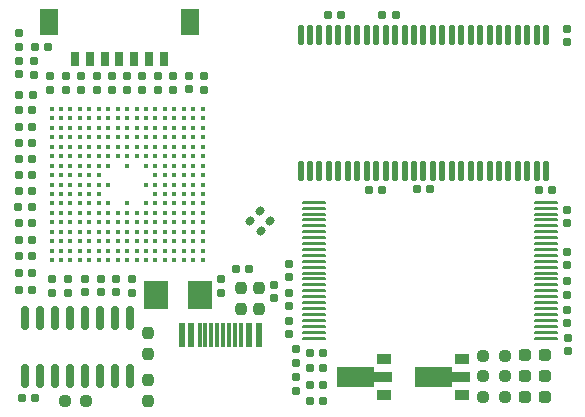
<source format=gtp>
G04 #@! TF.GenerationSoftware,KiCad,Pcbnew,7.0.1-0*
G04 #@! TF.CreationDate,2023-05-01T16:00:43+08:00*
G04 #@! TF.ProjectId,slimarm_almond_mini,736c696d-6172-46d5-9f61-6c6d6f6e645f,rev?*
G04 #@! TF.SameCoordinates,Original*
G04 #@! TF.FileFunction,Paste,Top*
G04 #@! TF.FilePolarity,Positive*
%FSLAX46Y46*%
G04 Gerber Fmt 4.6, Leading zero omitted, Abs format (unit mm)*
G04 Created by KiCad (PCBNEW 7.0.1-0) date 2023-05-01 16:00:43*
%MOMM*%
%LPD*%
G01*
G04 APERTURE LIST*
G04 Aperture macros list*
%AMRoundRect*
0 Rectangle with rounded corners*
0 $1 Rounding radius*
0 $2 $3 $4 $5 $6 $7 $8 $9 X,Y pos of 4 corners*
0 Add a 4 corners polygon primitive as box body*
4,1,4,$2,$3,$4,$5,$6,$7,$8,$9,$2,$3,0*
0 Add four circle primitives for the rounded corners*
1,1,$1+$1,$2,$3*
1,1,$1+$1,$4,$5*
1,1,$1+$1,$6,$7*
1,1,$1+$1,$8,$9*
0 Add four rect primitives between the rounded corners*
20,1,$1+$1,$2,$3,$4,$5,0*
20,1,$1+$1,$4,$5,$6,$7,0*
20,1,$1+$1,$6,$7,$8,$9,0*
20,1,$1+$1,$8,$9,$2,$3,0*%
%AMFreePoly0*
4,1,9,3.862500,-0.866500,0.737500,-0.866500,0.737500,-0.450000,-0.737500,-0.450000,-0.737500,0.450000,0.737500,0.450000,0.737500,0.866500,3.862500,0.866500,3.862500,-0.866500,3.862500,-0.866500,$1*%
G04 Aperture macros list end*
%ADD10RoundRect,0.155000X0.212500X0.155000X-0.212500X0.155000X-0.212500X-0.155000X0.212500X-0.155000X0*%
%ADD11RoundRect,0.237500X-0.237500X0.250000X-0.237500X-0.250000X0.237500X-0.250000X0.237500X0.250000X0*%
%ADD12RoundRect,0.155000X-0.155000X0.212500X-0.155000X-0.212500X0.155000X-0.212500X0.155000X0.212500X0*%
%ADD13RoundRect,0.155000X-0.212500X-0.155000X0.212500X-0.155000X0.212500X0.155000X-0.212500X0.155000X0*%
%ADD14C,0.410000*%
%ADD15RoundRect,0.237500X0.287500X0.237500X-0.287500X0.237500X-0.287500X-0.237500X0.287500X-0.237500X0*%
%ADD16RoundRect,0.155000X0.155000X-0.212500X0.155000X0.212500X-0.155000X0.212500X-0.155000X-0.212500X0*%
%ADD17R,1.300000X0.900000*%
%ADD18FreePoly0,180.000000*%
%ADD19R,0.711200X1.270000*%
%ADD20R,1.600200X2.209800*%
%ADD21RoundRect,0.155000X-0.040659X-0.259862X0.259862X0.040659X0.040659X0.259862X-0.259862X-0.040659X0*%
%ADD22RoundRect,0.127000X0.127000X-0.719900X0.127000X0.719900X-0.127000X0.719900X-0.127000X-0.719900X0*%
%ADD23RoundRect,0.063500X0.952500X0.063500X-0.952500X0.063500X-0.952500X-0.063500X0.952500X-0.063500X0*%
%ADD24RoundRect,0.150000X0.150000X-0.825000X0.150000X0.825000X-0.150000X0.825000X-0.150000X-0.825000X0*%
%ADD25RoundRect,0.237500X0.237500X-0.250000X0.237500X0.250000X-0.237500X0.250000X-0.237500X-0.250000X0*%
%ADD26RoundRect,0.237500X-0.250000X-0.237500X0.250000X-0.237500X0.250000X0.237500X-0.250000X0.237500X0*%
%ADD27R,2.000000X2.400000*%
%ADD28R,0.600000X1.450000*%
%ADD29R,0.300000X2.000000*%
%ADD30R,0.600000X2.000000*%
G04 APERTURE END LIST*
D10*
G04 #@! TO.C,C48*
X48857500Y-44460000D03*
X47722500Y-44460000D03*
G04 #@! TD*
D11*
G04 #@! TO.C,R7*
X34000000Y-40057500D03*
X34000000Y-41882500D03*
G04 #@! TD*
D12*
G04 #@! TO.C,C21*
X25710000Y-18342500D03*
X25710000Y-19477500D03*
G04 #@! TD*
G04 #@! TO.C,C40*
X30950000Y-18322500D03*
X30950000Y-19457500D03*
G04 #@! TD*
D13*
G04 #@! TO.C,C14*
X49262500Y-13180000D03*
X50397500Y-13180000D03*
G04 #@! TD*
D12*
G04 #@! TO.C,C35*
X31310000Y-35500000D03*
X31310000Y-36635000D03*
G04 #@! TD*
D13*
G04 #@! TO.C,C43*
X23085000Y-25340000D03*
X24220000Y-25340000D03*
G04 #@! TD*
D14*
G04 #@! TO.C,IC1*
X38650000Y-21100000D03*
X38650000Y-21900000D03*
X38650000Y-22700000D03*
X38650000Y-23500000D03*
X38650000Y-24300000D03*
X38650000Y-25100000D03*
X38650000Y-25900000D03*
X38650000Y-26700000D03*
X38650000Y-27500000D03*
X38650000Y-28300000D03*
X38650000Y-29100000D03*
X38650000Y-29900000D03*
X38650000Y-30700000D03*
X38650000Y-31500000D03*
X38650000Y-32300000D03*
X38650000Y-33100000D03*
X38650000Y-33900000D03*
X37850000Y-21100000D03*
X37850000Y-21900000D03*
X37850000Y-22700000D03*
X37850000Y-23500000D03*
X37850000Y-24300000D03*
X37850000Y-25100000D03*
X37850000Y-25900000D03*
X37850000Y-26700000D03*
X37850000Y-27500000D03*
X37850000Y-28300000D03*
X37850000Y-29100000D03*
X37850000Y-29900000D03*
X37850000Y-30700000D03*
X37850000Y-31500000D03*
X37850000Y-32300000D03*
X37850000Y-33100000D03*
X37850000Y-33900000D03*
X37050000Y-21100000D03*
X37050000Y-21900000D03*
X37050000Y-22700000D03*
X37050000Y-23500000D03*
X37050000Y-24300000D03*
X37050000Y-25100000D03*
X37050000Y-25900000D03*
X37050000Y-26700000D03*
X37050000Y-27500000D03*
X37050000Y-28300000D03*
X37050000Y-29100000D03*
X37050000Y-29900000D03*
X37050000Y-30700000D03*
X37050000Y-31500000D03*
X37050000Y-32300000D03*
X37050000Y-33100000D03*
X37050000Y-33900000D03*
X36250000Y-21100000D03*
X36250000Y-21900000D03*
X36250000Y-22700000D03*
X36250000Y-23500000D03*
X36250000Y-24300000D03*
X36250000Y-25100000D03*
X36250000Y-25900000D03*
X36250000Y-26700000D03*
X36250000Y-27500000D03*
X36250000Y-28300000D03*
X36250000Y-29100000D03*
X36250000Y-29900000D03*
X36250000Y-30700000D03*
X36250000Y-31500000D03*
X36250000Y-32300000D03*
X36250000Y-33100000D03*
X36250000Y-33900000D03*
X35450000Y-21100000D03*
X35450000Y-21900000D03*
X35450000Y-22700000D03*
X35450000Y-23500000D03*
X35450000Y-24300000D03*
X35450000Y-25100000D03*
X35450000Y-25900000D03*
X35450000Y-26700000D03*
X35450000Y-27500000D03*
X35450000Y-28300000D03*
X35450000Y-29100000D03*
X35450000Y-29900000D03*
X35450000Y-30700000D03*
X35450000Y-31500000D03*
X35450000Y-32300000D03*
X35450000Y-33100000D03*
X35450000Y-33900000D03*
X34650000Y-21100000D03*
X34650000Y-21900000D03*
X34650000Y-22700000D03*
X34650000Y-23500000D03*
X34650000Y-24300000D03*
X34650000Y-25100000D03*
X34650000Y-25900000D03*
X34650000Y-26700000D03*
X34650000Y-27500000D03*
X34650000Y-28300000D03*
X34650000Y-29100000D03*
X34650000Y-29900000D03*
X34650000Y-30700000D03*
X34650000Y-31500000D03*
X34650000Y-32300000D03*
X34650000Y-33100000D03*
X34650000Y-33900000D03*
X33850000Y-21100000D03*
X33850000Y-21900000D03*
X33850000Y-22700000D03*
X33850000Y-23500000D03*
X33850000Y-24300000D03*
X33850000Y-25100000D03*
X33850000Y-25900000D03*
X33850000Y-27500000D03*
X33850000Y-29100000D03*
X33850000Y-29900000D03*
X33850000Y-30700000D03*
X33850000Y-31500000D03*
X33850000Y-32300000D03*
X33850000Y-33100000D03*
X33850000Y-33900000D03*
X33050000Y-21100000D03*
X33050000Y-21900000D03*
X33050000Y-22700000D03*
X33050000Y-23500000D03*
X33050000Y-24300000D03*
X33050000Y-25100000D03*
X33050000Y-29900000D03*
X33050000Y-30700000D03*
X33050000Y-31500000D03*
X33050000Y-32300000D03*
X33050000Y-33100000D03*
X33050000Y-33900000D03*
X32250000Y-21100000D03*
X32250000Y-21900000D03*
X32250000Y-22700000D03*
X32250000Y-23500000D03*
X32250000Y-24300000D03*
X32250000Y-25100000D03*
X32250000Y-25900000D03*
X32250000Y-29100000D03*
X32250000Y-29900000D03*
X32250000Y-30700000D03*
X32250000Y-31500000D03*
X32250000Y-32300000D03*
X32250000Y-33100000D03*
X32250000Y-33900000D03*
X31450000Y-21100000D03*
X31450000Y-21900000D03*
X31450000Y-22700000D03*
X31450000Y-23500000D03*
X31450000Y-24300000D03*
X31450000Y-25100000D03*
X31450000Y-29900000D03*
X31450000Y-30700000D03*
X31450000Y-31500000D03*
X31450000Y-32300000D03*
X31450000Y-33100000D03*
X31450000Y-33900000D03*
X30650000Y-21100000D03*
X30650000Y-21900000D03*
X30650000Y-22700000D03*
X30650000Y-23500000D03*
X30650000Y-24300000D03*
X30650000Y-25100000D03*
X30650000Y-25900000D03*
X30650000Y-27500000D03*
X30650000Y-29100000D03*
X30650000Y-29900000D03*
X30650000Y-30700000D03*
X30650000Y-31500000D03*
X30650000Y-32300000D03*
X30650000Y-33100000D03*
X30650000Y-33900000D03*
X29850000Y-21100000D03*
X29850000Y-21900000D03*
X29850000Y-22700000D03*
X29850000Y-23500000D03*
X29850000Y-24300000D03*
X29850000Y-25100000D03*
X29850000Y-25900000D03*
X29850000Y-26700000D03*
X29850000Y-27500000D03*
X29850000Y-28300000D03*
X29850000Y-29100000D03*
X29850000Y-29900000D03*
X29850000Y-30700000D03*
X29850000Y-31500000D03*
X29850000Y-32300000D03*
X29850000Y-33100000D03*
X29850000Y-33900000D03*
X29050000Y-21100000D03*
X29050000Y-21900000D03*
X29050000Y-22700000D03*
X29050000Y-23500000D03*
X29050000Y-24300000D03*
X29050000Y-25100000D03*
X29050000Y-25900000D03*
X29050000Y-26700000D03*
X29050000Y-27500000D03*
X29050000Y-28300000D03*
X29050000Y-29100000D03*
X29050000Y-29900000D03*
X29050000Y-30700000D03*
X29050000Y-31500000D03*
X29050000Y-32300000D03*
X29050000Y-33100000D03*
X29050000Y-33900000D03*
X28250000Y-21100000D03*
X28250000Y-21900000D03*
X28250000Y-22700000D03*
X28250000Y-23500000D03*
X28250000Y-24300000D03*
X28250000Y-25100000D03*
X28250000Y-25900000D03*
X28250000Y-26700000D03*
X28250000Y-27500000D03*
X28250000Y-28300000D03*
X28250000Y-29100000D03*
X28250000Y-29900000D03*
X28250000Y-30700000D03*
X28250000Y-31500000D03*
X28250000Y-32300000D03*
X28250000Y-33100000D03*
X28250000Y-33900000D03*
X27450000Y-21100000D03*
X27450000Y-21900000D03*
X27450000Y-22700000D03*
X27450000Y-23500000D03*
X27450000Y-24300000D03*
X27450000Y-25100000D03*
X27450000Y-25900000D03*
X27450000Y-26700000D03*
X27450000Y-27500000D03*
X27450000Y-28300000D03*
X27450000Y-29100000D03*
X27450000Y-29900000D03*
X27450000Y-30700000D03*
X27450000Y-31500000D03*
X27450000Y-32300000D03*
X27450000Y-33100000D03*
X27450000Y-33900000D03*
X26650000Y-21100000D03*
X26650000Y-21900000D03*
X26650000Y-22700000D03*
X26650000Y-23500000D03*
X26650000Y-24300000D03*
X26650000Y-25100000D03*
X26650000Y-25900000D03*
X26650000Y-26700000D03*
X26650000Y-27500000D03*
X26650000Y-28300000D03*
X26650000Y-29100000D03*
X26650000Y-29900000D03*
X26650000Y-30700000D03*
X26650000Y-31500000D03*
X26650000Y-32300000D03*
X26650000Y-33100000D03*
X26650000Y-33900000D03*
X25850000Y-21100000D03*
X25850000Y-21900000D03*
X25850000Y-22700000D03*
X25850000Y-23500000D03*
X25850000Y-24300000D03*
X25850000Y-25100000D03*
X25850000Y-25900000D03*
X25850000Y-26700000D03*
X25850000Y-27500000D03*
X25850000Y-28300000D03*
X25850000Y-29100000D03*
X25850000Y-29900000D03*
X25850000Y-30700000D03*
X25850000Y-31500000D03*
X25850000Y-32300000D03*
X25850000Y-33100000D03*
X25850000Y-33900000D03*
G04 #@! TD*
D15*
G04 #@! TO.C,D2*
X67645000Y-41962000D03*
X65895000Y-41962000D03*
G04 #@! TD*
D12*
G04 #@! TO.C,C18*
X38720000Y-18322500D03*
X38720000Y-19457500D03*
G04 #@! TD*
D16*
G04 #@! TO.C,C28*
X25880000Y-36647500D03*
X25880000Y-35512500D03*
G04 #@! TD*
D10*
G04 #@! TO.C,C26*
X57917500Y-27900000D03*
X56782500Y-27900000D03*
G04 #@! TD*
D16*
G04 #@! TO.C,C30*
X27250000Y-36647500D03*
X27250000Y-35512500D03*
G04 #@! TD*
D12*
G04 #@! TO.C,C11*
X69480000Y-29632500D03*
X69480000Y-30767500D03*
G04 #@! TD*
G04 #@! TO.C,C25*
X69530000Y-33192500D03*
X69530000Y-34327500D03*
G04 #@! TD*
D17*
G04 #@! TO.C,U6*
X54030000Y-45290000D03*
D18*
X53942500Y-43790000D03*
D17*
X54030000Y-42290000D03*
G04 #@! TD*
D12*
G04 #@! TO.C,C7*
X69550000Y-40472500D03*
X69550000Y-41607500D03*
G04 #@! TD*
G04 #@! TO.C,C41*
X36170000Y-18332500D03*
X36170000Y-19467500D03*
G04 #@! TD*
D10*
G04 #@! TO.C,C24*
X53857500Y-27980000D03*
X52722500Y-27980000D03*
G04 #@! TD*
D13*
G04 #@! TO.C,C45*
X23092500Y-21200000D03*
X24227500Y-21200000D03*
G04 #@! TD*
D16*
G04 #@! TO.C,R14*
X23060000Y-18177500D03*
X23060000Y-17042500D03*
G04 #@! TD*
G04 #@! TO.C,C12*
X40220000Y-36657500D03*
X40220000Y-35522500D03*
G04 #@! TD*
D13*
G04 #@! TO.C,C38*
X23055000Y-30794000D03*
X24190000Y-30794000D03*
G04 #@! TD*
D15*
G04 #@! TO.C,D3*
X67670000Y-45518000D03*
X65920000Y-45518000D03*
G04 #@! TD*
D12*
G04 #@! TO.C,C22*
X34870000Y-18322500D03*
X34870000Y-19457500D03*
G04 #@! TD*
D19*
G04 #@! TO.C,J3*
X27852900Y-16854000D03*
X29102900Y-16854000D03*
X30352900Y-16854000D03*
X31602900Y-16854000D03*
X32852900Y-16854000D03*
X34102900Y-16854000D03*
X35352900Y-16854000D03*
D20*
X37600000Y-13780000D03*
X25605800Y-13780000D03*
G04 #@! TD*
D12*
G04 #@! TO.C,C39*
X32230000Y-18322500D03*
X32230000Y-19457500D03*
G04 #@! TD*
D13*
G04 #@! TO.C,C50*
X47712500Y-43040000D03*
X48847500Y-43040000D03*
G04 #@! TD*
D10*
G04 #@! TO.C,C17*
X48867500Y-45800000D03*
X47732500Y-45800000D03*
G04 #@! TD*
D21*
G04 #@! TO.C,C3*
X42688717Y-30561283D03*
X43491283Y-29758717D03*
G04 #@! TD*
D22*
G04 #@! TO.C,U4*
X46937200Y-26351950D03*
X47737300Y-26351950D03*
X48537400Y-26351950D03*
X49337500Y-26351950D03*
X50137600Y-26351950D03*
X50937700Y-26351950D03*
X51737800Y-26351950D03*
X52537900Y-26351950D03*
X53338000Y-26351950D03*
X54138100Y-26351950D03*
X54938200Y-26351950D03*
X55738300Y-26351950D03*
X56538400Y-26351950D03*
X57338500Y-26351950D03*
X58138600Y-26351950D03*
X58938700Y-26351950D03*
X59738800Y-26351950D03*
X60538900Y-26351950D03*
X61339000Y-26351950D03*
X62139100Y-26351950D03*
X62939200Y-26351950D03*
X63739300Y-26351950D03*
X64539400Y-26351950D03*
X65339500Y-26351950D03*
X66139600Y-26351950D03*
X66939700Y-26351950D03*
X67739800Y-26351950D03*
X67739800Y-14871150D03*
X66939700Y-14871150D03*
X66139600Y-14871150D03*
X65339500Y-14871150D03*
X64539400Y-14871150D03*
X63739300Y-14871150D03*
X62939200Y-14871150D03*
X62139100Y-14871150D03*
X61339000Y-14871150D03*
X60538900Y-14871150D03*
X59738800Y-14871150D03*
X58938700Y-14871150D03*
X58138600Y-14871150D03*
X57338500Y-14871150D03*
X56538400Y-14871150D03*
X55738300Y-14871150D03*
X54938200Y-14871150D03*
X54138100Y-14871150D03*
X53338000Y-14871150D03*
X52537900Y-14871150D03*
X51737800Y-14871150D03*
X50937700Y-14871150D03*
X50137600Y-14871150D03*
X49337500Y-14871150D03*
X48537400Y-14871150D03*
X47737300Y-14871150D03*
X46937200Y-14871150D03*
G04 #@! TD*
D13*
G04 #@! TO.C,C37*
X23075000Y-26660000D03*
X24210000Y-26660000D03*
G04 #@! TD*
D10*
G04 #@! TO.C,C29*
X42607500Y-34670000D03*
X41472500Y-34670000D03*
G04 #@! TD*
D23*
G04 #@! TO.C,U5*
X67748150Y-40537499D03*
X67748150Y-40037500D03*
X67748150Y-39537501D03*
X67748150Y-39037499D03*
X67748150Y-38537500D03*
X67748150Y-38037501D03*
X67748150Y-37537500D03*
X67748150Y-37037501D03*
X67748150Y-36537499D03*
X67748150Y-36037500D03*
X67748150Y-35537501D03*
X67748150Y-35037500D03*
X67748150Y-34537500D03*
X67748150Y-34037499D03*
X67748150Y-33537500D03*
X67748150Y-33037501D03*
X67748150Y-32537499D03*
X67748150Y-32037500D03*
X67748150Y-31537499D03*
X67748150Y-31037500D03*
X67748150Y-30537501D03*
X67748150Y-30037499D03*
X67748150Y-29537500D03*
X67748150Y-29037499D03*
X48075850Y-29037501D03*
X48075850Y-29537500D03*
X48075850Y-30037499D03*
X48075850Y-30537501D03*
X48075850Y-31037500D03*
X48075850Y-31537501D03*
X48075850Y-32037500D03*
X48075850Y-32537499D03*
X48075850Y-33037501D03*
X48075850Y-33537500D03*
X48075850Y-34037502D03*
X48075850Y-34537500D03*
X48075850Y-35037500D03*
X48075850Y-35537501D03*
X48075850Y-36037500D03*
X48075850Y-36537499D03*
X48075850Y-37037501D03*
X48075850Y-37537500D03*
X48075850Y-38037501D03*
X48075850Y-38537500D03*
X48075850Y-39037499D03*
X48075850Y-39537501D03*
X48075850Y-40037500D03*
X48075850Y-40537501D03*
G04 #@! TD*
D13*
G04 #@! TO.C,C15*
X53852500Y-13160000D03*
X54987500Y-13160000D03*
G04 #@! TD*
D12*
G04 #@! TO.C,C51*
X44702000Y-36002500D03*
X44702000Y-37137500D03*
G04 #@! TD*
D24*
G04 #@! TO.C,U1*
X23565000Y-43715000D03*
X24835000Y-43715000D03*
X26105000Y-43715000D03*
X27375000Y-43715000D03*
X28645000Y-43715000D03*
X29915000Y-43715000D03*
X31185000Y-43715000D03*
X32455000Y-43715000D03*
X32455000Y-38765000D03*
X31185000Y-38765000D03*
X29915000Y-38765000D03*
X28645000Y-38765000D03*
X27375000Y-38765000D03*
X26105000Y-38765000D03*
X24835000Y-38765000D03*
X23565000Y-38765000D03*
G04 #@! TD*
D13*
G04 #@! TO.C,C42*
X23062500Y-33570000D03*
X24197500Y-33570000D03*
G04 #@! TD*
D12*
G04 #@! TO.C,C46*
X29670000Y-18332500D03*
X29670000Y-19467500D03*
G04 #@! TD*
D25*
G04 #@! TO.C,R12*
X34000000Y-45852500D03*
X34000000Y-44027500D03*
G04 #@! TD*
D16*
G04 #@! TO.C,R15*
X24360000Y-18187500D03*
X24360000Y-17052500D03*
G04 #@! TD*
D13*
G04 #@! TO.C,C31*
X23062500Y-32170000D03*
X24197500Y-32170000D03*
G04 #@! TD*
D12*
G04 #@! TO.C,C19*
X27040000Y-18332500D03*
X27040000Y-19467500D03*
G04 #@! TD*
G04 #@! TO.C,C2*
X28650000Y-35502500D03*
X28650000Y-36637500D03*
G04 #@! TD*
D26*
G04 #@! TO.C,R13*
X26957500Y-45830000D03*
X28782500Y-45830000D03*
G04 #@! TD*
D12*
G04 #@! TO.C,C13*
X45920000Y-34222500D03*
X45920000Y-35357500D03*
G04 #@! TD*
D11*
G04 #@! TO.C,R2*
X43376000Y-36240000D03*
X43376000Y-38065000D03*
G04 #@! TD*
D16*
G04 #@! TO.C,C7*
X69530000Y-15437500D03*
X69530000Y-14302500D03*
G04 #@! TD*
D13*
G04 #@! TO.C,C33*
X23092500Y-22590000D03*
X24227500Y-22590000D03*
G04 #@! TD*
D15*
G04 #@! TO.C,D1*
X67670000Y-43740000D03*
X65920000Y-43740000D03*
G04 #@! TD*
D12*
G04 #@! TO.C,C47*
X28380000Y-18322500D03*
X28380000Y-19457500D03*
G04 #@! TD*
G04 #@! TO.C,C23*
X33540000Y-18322500D03*
X33540000Y-19457500D03*
G04 #@! TD*
G04 #@! TO.C,C1*
X30000000Y-35502500D03*
X30000000Y-36637500D03*
G04 #@! TD*
D27*
G04 #@! TO.C,Y1*
X34700000Y-36890000D03*
X38400000Y-36890000D03*
G04 #@! TD*
D13*
G04 #@! TO.C,C27*
X67092500Y-27950000D03*
X68227500Y-27950000D03*
G04 #@! TD*
D16*
G04 #@! TO.C,R11*
X46560000Y-44967500D03*
X46560000Y-43832500D03*
G04 #@! TD*
D25*
G04 #@! TO.C,R1*
X41852000Y-38065000D03*
X41852000Y-36240000D03*
G04 #@! TD*
D21*
G04 #@! TO.C,C5*
X43568717Y-31401283D03*
X44371283Y-30598717D03*
G04 #@! TD*
D13*
G04 #@! TO.C,C49*
X47732500Y-41780000D03*
X48867500Y-41780000D03*
G04 #@! TD*
D16*
G04 #@! TO.C,C6*
X32700000Y-36647500D03*
X32700000Y-35512500D03*
G04 #@! TD*
D17*
G04 #@! TO.C,U7*
X60590000Y-45300000D03*
D18*
X60502500Y-43800000D03*
D17*
X60590000Y-42300000D03*
G04 #@! TD*
D13*
G04 #@! TO.C,C9*
X23072500Y-36420000D03*
X24207500Y-36420000D03*
G04 #@! TD*
D16*
G04 #@! TO.C,R8*
X46540000Y-42587500D03*
X46540000Y-41452500D03*
G04 #@! TD*
D28*
G04 #@! TO.C,J4*
X36880000Y-40525000D03*
X37680000Y-40525000D03*
D29*
X38880000Y-40222500D03*
X39880000Y-40222500D03*
X40380000Y-40222500D03*
X41380000Y-40222500D03*
D28*
X42580000Y-40525000D03*
X43380000Y-40525000D03*
D30*
X43380000Y-40222500D03*
X42580000Y-40222500D03*
D29*
X41880000Y-40222500D03*
X40880000Y-40222500D03*
X39380000Y-40222500D03*
X38380000Y-40222500D03*
D30*
X37680000Y-40222500D03*
X36880000Y-40222500D03*
G04 #@! TD*
D12*
G04 #@! TO.C,R20*
X45920000Y-36662500D03*
X45920000Y-37797500D03*
G04 #@! TD*
D26*
G04 #@! TO.C,R5*
X62407500Y-42012000D03*
X64232500Y-42012000D03*
G04 #@! TD*
D13*
G04 #@! TO.C,C16*
X23332500Y-45550000D03*
X24467500Y-45550000D03*
G04 #@! TD*
D12*
G04 #@! TO.C,R10*
X45970000Y-39022500D03*
X45970000Y-40157500D03*
G04 #@! TD*
G04 #@! TO.C,C34*
X37490000Y-18312500D03*
X37490000Y-19447500D03*
G04 #@! TD*
G04 #@! TO.C,R17*
X23070000Y-14682500D03*
X23070000Y-15817500D03*
G04 #@! TD*
D26*
G04 #@! TO.C,R6*
X62407500Y-45512000D03*
X64232500Y-45512000D03*
G04 #@! TD*
D13*
G04 #@! TO.C,C32*
X23112500Y-19890000D03*
X24247500Y-19890000D03*
G04 #@! TD*
G04 #@! TO.C,C20*
X23035000Y-29440000D03*
X24170000Y-29440000D03*
G04 #@! TD*
D12*
G04 #@! TO.C,R3*
X69530000Y-35692500D03*
X69530000Y-36827500D03*
G04 #@! TD*
D13*
G04 #@! TO.C,C36*
X23092500Y-35010000D03*
X24227500Y-35010000D03*
G04 #@! TD*
G04 #@! TO.C,C4*
X23065000Y-28080000D03*
X24200000Y-28080000D03*
G04 #@! TD*
G04 #@! TO.C,C44*
X23062500Y-23990000D03*
X24197500Y-23990000D03*
G04 #@! TD*
D26*
G04 #@! TO.C,R4*
X62414500Y-43740000D03*
X64239500Y-43740000D03*
G04 #@! TD*
D13*
G04 #@! TO.C,R16*
X24412500Y-15840000D03*
X25547500Y-15840000D03*
G04 #@! TD*
D12*
G04 #@! TO.C,R9*
X69530000Y-38092500D03*
X69530000Y-39227500D03*
G04 #@! TD*
M02*

</source>
